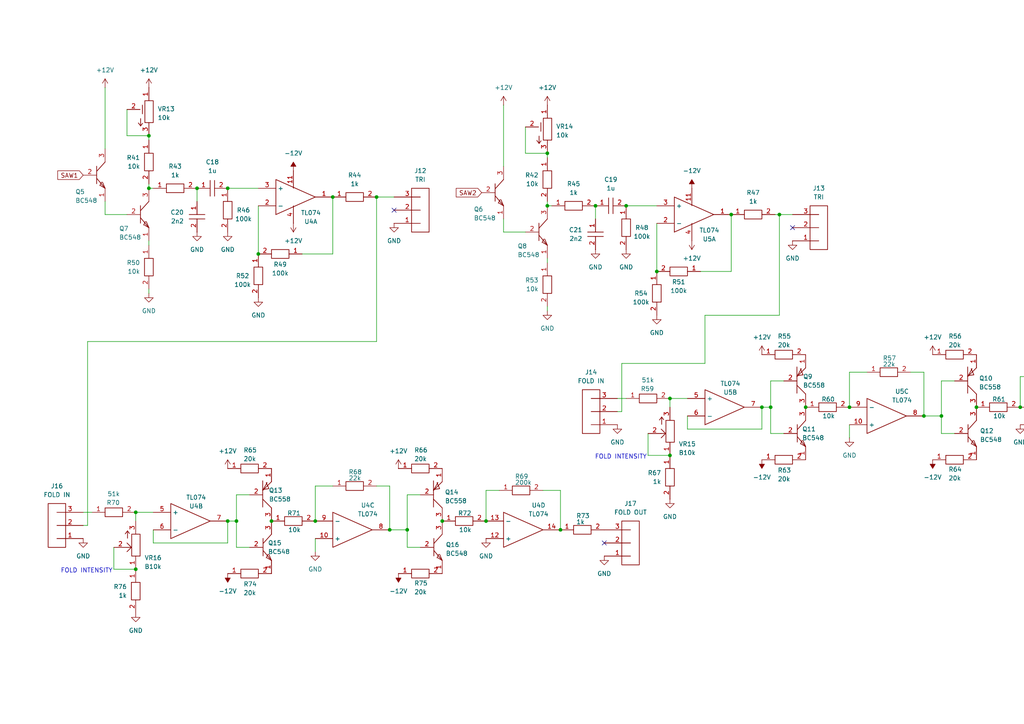
<source format=kicad_sch>
(kicad_sch (version 20250114) (generator "eeschema") (generator_version "9.0")
  (paper "A4")
  (lib_symbols
    (symbol "V_Connector:CONN_3"
      (property "Reference" "J" (at -5.08 11.43 0))
      (property "Value" "CONN_3" (at -5.08 8.89 0))
      (symbol "CONN_3_0_0"
        (rectangle (start 0 6.35) (end 5.08 -6.35) (stroke (width 0.2032)))
      )
      (symbol "CONN_3_1_0"
        (pin unspecified line (at -5.08 3.81 0) (length 7.62) (name "~") (number "1"))
        (pin unspecified line (at -5.08 0 0) (length 7.62) (name "~") (number "2"))
        (pin unspecified line (at -5.08 -3.81 0) (length 7.62) (name "~") (number "3"))
      )
    )
    (symbol "V_Linear:TL074,_TL084,_LF347_ETC"
      (property "Reference" "U" (at -10.795 12.7 0))
      (property "Value" "TL074,_TL084,_LF347_ETC" (at -10.795 10.16 0))
      (symbol "TL074,_TL084,_LF347_ETC_0_0"
        (polyline (pts (xy -6.35 5.08) (xy 5.08 0) (xy -6.35 -5.08) (xy -6.35 5.08)) (stroke (width 0.2032)))
      )
      (symbol "TL074,_TL084,_LF347_ETC_1_0"
        (pin unspecified line (at -11.43 2.54 0) (length 5.08) (name "-") (number "2"))
        (pin unspecified line (at -11.43 -2.54 0) (length 5.08) (name "+") (number "3"))
        (pin power_in line (at -1.27 7.62 270) (length 5.08) (name "~") (number "4"))
        (pin power_in line (at -1.27 -7.62 90) (length 5.08) (name "~") (number "11"))
        (pin unspecified line (at 10.16 0 180) (length 5.08) (name "~") (number "1"))
      )
      (symbol "TL074,_TL084,_LF347_ETC_2_0"
        (pin unspecified line (at -11.43 2.54 0) (length 5.08) (name "-") (number "6"))
        (pin unspecified line (at -11.43 -2.54 0) (length 5.08) (name "+") (number "5"))
        (pin unspecified line (at 10.16 0 180) (length 5.08) (name "~") (number "7"))
      )
      (symbol "TL074,_TL084,_LF347_ETC_3_0"
        (pin unspecified line (at -11.43 2.54 0) (length 5.08) (name "-") (number "9"))
        (pin unspecified line (at -11.43 -2.54 0) (length 5.08) (name "+") (number "10"))
        (pin unspecified line (at 10.16 0 180) (length 5.08) (name "~") (number "8"))
      )
      (symbol "TL074,_TL084,_LF347_ETC_4_0"
        (pin unspecified line (at -11.43 2.54 0) (length 5.08) (name "-") (number "13"))
        (pin unspecified line (at -11.43 -2.54 0) (length 5.08) (name "+") (number "12"))
        (pin unspecified line (at 10.16 0 180) (length 5.08) (name "~") (number "14"))
      )
    )
    (symbol "V_Passive:C"
      (property "Reference" "C" (at -2.54 9.525 0))
      (property "Value" "C" (at -2.54 6.985 0))
      (symbol "C_0_0"
        (polyline (pts (xy -2.286 1.27) (xy 2.286 1.27)) (stroke (width 0.2032)))
        (polyline (pts (xy -2.286 0) (xy 2.286 0)) (stroke (width 0.2032)))
      )
      (symbol "C_1_0"
        (pin unspecified line (at 0 5.08 270) (length 3.81) (name "~") (number "1"))
        (pin unspecified line (at 0 -3.81 90) (length 3.81) (name "~") (number "2"))
      )
    )
    (symbol "V_Passive:R"
      (property "Reference" "R" (at -1.27 11.43 0))
      (property "Value" "R" (at -1.27 8.89 0))
      (symbol "R_0_0"
        (rectangle (start -1.27 2.54) (end 1.27 -2.54) (stroke (width 0.2032)))
      )
      (symbol "R_1_0"
        (pin unspecified line (at 0 6.35 270) (length 3.81) (name "~") (number "1"))
        (pin unspecified line (at 0 -6.35 90) (length 3.81) (name "~") (number "2"))
      )
    )
    (symbol "V_Passive:RT"
      (property "Reference" "VR" (at -3.81 12.065 0))
      (property "Value" "RT" (at -3.81 9.525 0))
      (symbol "RT_0_0"
        (polyline (pts (xy 0.1524 4.7752) (xy 0.7112 4.0132)) (stroke (width 0.2032)))
        (polyline (pts (xy 0.1524 2.6416) (xy 0.1524 4.7752) (xy -0.508 3.9116)) (stroke (width 0.2032)))
        (polyline (pts (xy 0.6604 -1.27) (xy 0.6604 1.27)) (stroke (width 0.2032)))
        (rectangle (start 1.3716 3.81) (end 3.81 -2.54) (stroke (width 0.2032)))
      )
      (symbol "RT_1_0"
        (pin unspecified line (at -3.81 0 0) (length 3.81) (name "~") (number "2"))
        (pin unspecified line (at 2.54 7.62 270) (length 3.81) (name "~") (number "3"))
        (pin unspecified line (at 2.54 -6.35 90) (length 3.81) (name "~") (number "1"))
      )
    )
    (symbol "V_Passive:RV"
      (property "Reference" "VR" (at -3.81 12.065 0))
      (property "Value" "RV" (at -3.81 9.525 0))
      (symbol "RV_0_0"
        (polyline (pts (xy 0 1.27) (xy 1.27 0) (xy 0 -1.27)) (stroke (width 0.2032)))
        (polyline (pts (xy 0 0) (xy 1.27 0)) (stroke (width 0.2032)))
        (polyline (pts (xy 0.1524 4.7752) (xy 0.7112 4.0132)) (stroke (width 0.2032)))
        (polyline (pts (xy 0.1524 2.6416) (xy 0.1524 4.7752) (xy -0.508 3.9116)) (stroke (width 0.2032)))
        (rectangle (start 1.3716 3.81) (end 3.81 -2.54) (stroke (width 0.2032)))
      )
      (symbol "RV_1_0"
        (pin unspecified line (at -3.81 0 0) (length 3.81) (name "~") (number "2"))
        (pin unspecified line (at 2.54 7.62 270) (length 3.81) (name "~") (number "3"))
        (pin unspecified line (at 2.54 -6.35 90) (length 3.81) (name "~") (number "1"))
      )
    )
    (symbol "V_Transistor:BC547{brace}slash}BC548{brace}slash}BC549"
      (property "Reference" "Q" (at -7.62 8.255 0))
      (property "Value" "BC547{brace}slash}BC548{brace}slash}BC549" (at -7.62 5.715 0))
      (symbol "BC547{brace}slash}BC548{brace}slash}BC549_0_0"
        (polyline (pts (xy -2.5908 1.3716) (xy 2.4892 1.3716)) (stroke (width 0.2032)))
        (polyline (pts (xy -1.1684 1.4224) (xy -3.81 3.81)) (stroke (width 0.2032)))
        (polyline (pts (xy 0.9652 1.4224) (xy 3.81 3.81)) (stroke (width 0.2032)))
        (polyline (pts (xy 2.032 3.048) (xy 3.81 3.81)) (stroke (width 0.2032)))
        (polyline (pts (xy 2.032 2.794) (xy 3.048 2.286)) (stroke (width 0.2032)))
        (polyline (pts (xy 3.048 2.54) (xy 3.81 3.81)) (stroke (width 0.2032)))
      )
      (symbol "BC547{brace}slash}BC548{brace}slash}BC549_1_0"
        (pin unspecified line (at -7.62 3.81 0) (length 3.81) (name "~") (number "3"))
        (pin unspecified line (at 0 -2.54 90) (length 3.81) (name "~") (number "2"))
        (pin unspecified line (at 7.62 3.81 180) (length 3.81) (name "~") (number "1"))
      )
    )
    (symbol "V_Transistor:BC557{brace}slash}BC558{brace}slash}BC559"
      (property "Reference" "Q" (at -7.62 8.255 0))
      (property "Value" "BC557{brace}slash}BC558{brace}slash}BC559" (at -7.62 5.715 0))
      (symbol "BC557{brace}slash}BC558{brace}slash}BC559_0_0"
        (polyline (pts (xy -3.556 1.27) (xy 4.064 1.27)) (stroke (width 0.2032)))
        (polyline (pts (xy -1.27 1.27) (xy -3.81 3.81)) (stroke (width 0.2032)))
        (polyline (pts (xy 1.27 1.27) (xy 3.81 3.81)) (stroke (width 0.2032)))
        (polyline (pts (xy 1.778 3.048) (xy 1.524 1.27)) (stroke (width 0.2032)))
        (polyline (pts (xy 1.778 3.048) (xy 3.556 2.286)) (stroke (width 0.2032)))
        (polyline (pts (xy 3.556 2.54) (xy 1.27 1.27)) (stroke (width 0.2032)))
      )
      (symbol "BC557{brace}slash}BC558{brace}slash}BC559_1_0"
        (pin unspecified line (at -7.62 3.81 0) (length 3.81) (name "~") (number "3"))
        (pin unspecified line (at 0 -2.54 90) (length 3.81) (name "~") (number "2"))
        (pin unspecified line (at 7.62 3.81 180) (length 3.81) (name "~") (number "1"))
      )
    )
    (symbol "power:+12V" (power) (pin_numbers (hide yes)) (pin_names (offset 0) (hide yes))
      (property "Value" "+12V" (at 0 3.556 0))
      (symbol "+12V_0_1"
        (polyline (pts (xy -0.762 1.27) (xy 0 2.54)))
        (polyline (pts (xy 0 2.54) (xy 0.762 1.27)))
        (polyline (pts (xy 0 0) (xy 0 2.54)))
      )
      (symbol "+12V_1_1"
        (pin power_in line (at 0 0 90) (length 0) (name "~") (number "1"))
      )
    )
    (symbol "power:+15V" (power) (pin_numbers (hide yes)) (pin_names (offset 0) (hide yes))
      (property "Value" "+15V" (at 0 3.556 0))
      (symbol "+15V_0_1"
        (polyline (pts (xy -0.762 1.27) (xy 0 2.54)))
        (polyline (pts (xy 0 2.54) (xy 0.762 1.27)))
        (polyline (pts (xy 0 0) (xy 0 2.54)))
      )
      (symbol "+15V_1_1"
        (pin power_in line (at 0 0 90) (length 0) (name "~") (number "1"))
      )
    )
    (symbol "power:-12V" (power) (pin_numbers (hide yes)) (pin_names (offset 0) (hide yes))
      (property "Value" "-12V" (at 0 3.556 0))
      (symbol "-12V_0_0"
        (pin power_in line (at 0 0 90) (length 0) (name "~") (number "1"))
      )
      (symbol "-12V_0_1"
        (polyline (pts (xy 0 0) (xy 0 1.27) (xy 0.762 1.27) (xy 0 2.54) (xy -0.762 1.27) (xy 0 1.27)) (fill (type outline)))
      )
    )
    (symbol "power:-15V" (power) (pin_numbers (hide yes)) (pin_names (offset 0) (hide yes))
      (property "Value" "-15V" (at 0 3.556 0))
      (symbol "-15V_0_0"
        (pin power_in line (at 0 0 90) (length 0) (name "~") (number "1"))
      )
      (symbol "-15V_0_1"
        (polyline (pts (xy 0 0) (xy 0 1.27) (xy 0.762 1.27) (xy 0 2.54) (xy -0.762 1.27) (xy 0 1.27)) (fill (type outline)))
      )
    )
    (symbol "power:GND" (power) (pin_numbers (hide yes)) (pin_names (offset 0) (hide yes))
      (property "Value" "GND" (at 0 -3.81 0))
      (symbol "GND_0_1"
        (polyline (pts (xy 0 0) (xy 0 -1.27) (xy 1.27 -1.27) (xy 0 -2.54) (xy -1.27 -1.27) (xy 0 -1.27)))
      )
      (symbol "GND_1_1"
        (pin power_in line (at 0 0 270) (length 0) (name "~") (number "1"))
      )
    )
  )
  (text "FOLD INTENSITY" (at 180.086 132.588 0) (effects (font (size 1.27 1.27))))
  (text "FOLD INTENSITY" (at 25.146 165.608 0) (effects (font (size 1.27 1.27))))
  (junction (at 91.44 151.13))
  (junction (at 172.72 59.69))
  (junction (at 68.58 151.13))
  (junction (at 39.37 148.59))
  (junction (at 128.27 151.13))
  (junction (at 233.68 118.11))
  (junction (at 96.52 57.15))
  (junction (at 113.03 153.67))
  (junction (at 57.15 54.61))
  (junction (at 109.22 57.15))
  (junction (at 158.75 59.69))
  (junction (at 43.18 54.61))
  (junction (at 226.06 62.23))
  (junction (at 267.97 120.65))
  (junction (at 194.31 132.08))
  (junction (at 317.5 120.65))
  (junction (at 74.93 73.66))
  (junction (at 140.97 151.13))
  (junction (at 181.61 59.69))
  (junction (at 283.21 118.11))
  (junction (at 190.5 78.74))
  (junction (at 273.05 120.65))
  (junction (at 66.04 151.13))
  (junction (at 194.31 115.57))
  (junction (at 78.74 151.13))
  (junction (at 212.09 62.23))
  (junction (at 223.52 118.11))
  (junction (at 162.56 153.67))
  (junction (at 295.91 118.11))
  (junction (at 158.75 44.45))
  (junction (at 118.11 153.67))
  (junction (at 246.38 118.11))
  (junction (at 43.18 39.37))
  (junction (at 39.37 165.1))
  (junction (at 66.04 54.61))
  (junction (at 220.98 118.11))
  (no_connect (at 114.3 60.96))
  (no_connect (at 330.2 124.46))
  (no_connect (at 175.26 157.48))
  (no_connect (at 229.87 66.04))
  (wire (pts (xy 180.34 119.38) (xy 179.07 119.38)))
  (wire (pts (xy 199.39 120.65) (xy 199.39 124.46)))
  (wire (pts (xy 158.75 44.45) (xy 158.75 45.72)))
  (wire (pts (xy 44.45 153.67) (xy 44.45 157.48)))
  (wire (pts (xy 43.18 54.61) (xy 44.45 54.61)))
  (wire (pts (xy 33.02 165.1) (xy 39.37 165.1)))
  (wire (pts (xy 118.11 143.51) (xy 118.11 153.67)))
  (wire (pts (xy 30.48 58.42) (xy 30.48 62.23)))
  (wire (pts (xy 158.75 90.17) (xy 158.75 88.9)))
  (wire (pts (xy 187.96 132.08) (xy 194.31 132.08)))
  (wire (pts (xy 312.42 109.22) (xy 317.5 109.22)))
  (wire (pts (xy 187.96 125.73) (xy 187.96 132.08)))
  (wire (pts (xy 158.75 59.69) (xy 160.02 59.69)))
  (wire (pts (xy 264.16 107.95) (xy 267.97 107.95)))
  (wire (pts (xy 109.22 140.97) (xy 113.03 140.97)))
  (wire (pts (xy 44.45 157.48) (xy 66.04 157.48)))
  (wire (pts (xy 223.52 110.49) (xy 223.52 118.11)))
  (wire (pts (xy 118.11 158.75) (xy 121.92 158.75)))
  (wire (pts (xy 43.18 71.12) (xy 43.18 69.85)))
  (wire (pts (xy 113.03 153.67) (xy 118.11 153.67)))
  (wire (pts (xy 91.44 160.02) (xy 91.44 156.21)))
  (wire (pts (xy 146.05 67.31) (xy 152.4 67.31)))
  (wire (pts (xy 212.09 78.74) (xy 212.09 62.23)))
  (wire (pts (xy 121.92 143.51) (xy 118.11 143.51)))
  (wire (pts (xy 87.63 73.66) (xy 96.52 73.66)))
  (wire (pts (xy 109.22 57.15) (xy 114.3 57.15)))
  (wire (pts (xy 39.37 148.59) (xy 44.45 148.59)))
  (wire (pts (xy 66.04 151.13) (xy 68.58 151.13)))
  (wire (pts (xy 72.39 143.51) (xy 68.58 143.51)))
  (wire (pts (xy 152.4 44.45) (xy 158.75 44.45)))
  (wire (pts (xy 181.61 115.57) (xy 179.07 115.57)))
  (wire (pts (xy 158.75 76.2) (xy 158.75 74.93)))
  (wire (pts (xy 146.05 30.48) (xy 146.05 48.26)))
  (wire (pts (xy 273.05 110.49) (xy 273.05 120.65)))
  (wire (pts (xy 91.44 140.97) (xy 96.52 140.97)))
  (wire (pts (xy 68.58 143.51) (xy 68.58 151.13)))
  (wire (pts (xy 74.93 59.69) (xy 74.93 73.66)))
  (wire (pts (xy 109.22 99.06) (xy 25.4 99.06)))
  (wire (pts (xy 299.72 109.22) (xy 295.91 109.22)))
  (wire (pts (xy 194.31 115.57) (xy 194.31 118.11)))
  (wire (pts (xy 66.04 157.48) (xy 66.04 151.13)))
  (wire (pts (xy 43.18 39.37) (xy 43.18 40.64)))
  (wire (pts (xy 204.47 105.41) (xy 180.34 105.41)))
  (wire (pts (xy 140.97 142.24) (xy 140.97 151.13)))
  (wire (pts (xy 157.48 142.24) (xy 162.56 142.24)))
  (wire (pts (xy 25.4 99.06) (xy 25.4 152.4)))
  (wire (pts (xy 26.67 148.59) (xy 24.13 148.59)))
  (wire (pts (xy 158.75 58.42) (xy 158.75 59.69)))
  (wire (pts (xy 227.33 110.49) (xy 223.52 110.49)))
  (wire (pts (xy 36.83 31.75) (xy 36.83 39.37)))
  (wire (pts (xy 68.58 151.13) (xy 68.58 158.75)))
  (wire (pts (xy 181.61 59.69) (xy 190.5 59.69)))
  (wire (pts (xy 39.37 148.59) (xy 39.37 151.13)))
  (wire (pts (xy 223.52 125.73) (xy 227.33 125.73)))
  (wire (pts (xy 295.91 109.22) (xy 295.91 118.11)))
  (wire (pts (xy 199.39 124.46) (xy 220.98 124.46)))
  (wire (pts (xy 109.22 57.15) (xy 109.22 99.06)))
  (wire (pts (xy 246.38 107.95) (xy 251.46 107.95)))
  (wire (pts (xy 226.06 62.23) (xy 229.87 62.23)))
  (wire (pts (xy 43.18 53.34) (xy 43.18 54.61)))
  (wire (pts (xy 276.86 110.49) (xy 273.05 110.49)))
  (wire (pts (xy 144.78 142.24) (xy 140.97 142.24)))
  (wire (pts (xy 226.06 91.44) (xy 204.47 91.44)))
  (wire (pts (xy 226.06 62.23) (xy 226.06 91.44)))
  (wire (pts (xy 220.98 118.11) (xy 223.52 118.11)))
  (wire (pts (xy 36.83 39.37) (xy 43.18 39.37)))
  (wire (pts (xy 267.97 120.65) (xy 273.05 120.65)))
  (wire (pts (xy 33.02 158.75) (xy 33.02 165.1)))
  (wire (pts (xy 224.79 62.23) (xy 226.06 62.23)))
  (wire (pts (xy 180.34 105.41) (xy 180.34 119.38)))
  (wire (pts (xy 172.72 59.69) (xy 172.72 63.5)))
  (wire (pts (xy 30.48 62.23) (xy 36.83 62.23)))
  (wire (pts (xy 118.11 153.67) (xy 118.11 158.75)))
  (wire (pts (xy 57.15 54.61) (xy 57.15 58.42)))
  (wire (pts (xy 25.4 152.4) (xy 24.13 152.4)))
  (wire (pts (xy 203.2 78.74) (xy 212.09 78.74)))
  (wire (pts (xy 113.03 140.97) (xy 113.03 153.67)))
  (wire (pts (xy 317.5 109.22) (xy 317.5 120.65)))
  (wire (pts (xy 66.04 54.61) (xy 74.93 54.61)))
  (wire (pts (xy 68.58 158.75) (xy 72.39 158.75)))
  (wire (pts (xy 246.38 127) (xy 246.38 123.19)))
  (wire (pts (xy 190.5 64.77) (xy 190.5 78.74)))
  (wire (pts (xy 223.52 118.11) (xy 223.52 125.73)))
  (wire (pts (xy 43.18 85.09) (xy 43.18 83.82)))
  (wire (pts (xy 204.47 91.44) (xy 204.47 105.41)))
  (wire (pts (xy 146.05 63.5) (xy 146.05 67.31)))
  (wire (pts (xy 220.98 124.46) (xy 220.98 118.11)))
  (wire (pts (xy 246.38 118.11) (xy 246.38 107.95)))
  (wire (pts (xy 273.05 125.73) (xy 276.86 125.73)))
  (wire (pts (xy 30.48 25.4) (xy 30.48 43.18)))
  (wire (pts (xy 194.31 115.57) (xy 199.39 115.57)))
  (wire (pts (xy 96.52 57.15) (xy 96.52 73.66)))
  (wire (pts (xy 162.56 142.24) (xy 162.56 153.67)))
  (wire (pts (xy 267.97 107.95) (xy 267.97 120.65)))
  (wire (pts (xy 152.4 36.83) (xy 152.4 44.45)))
  (wire (pts (xy 91.44 151.13) (xy 91.44 140.97)))
  (wire (pts (xy 273.05 120.65) (xy 273.05 125.73)))
  (global_label "SAW2" (shape input) (at 139.7 55.88 180) (property "Intersheetrefs" "${INTERSHEET_REFS}" (effects (hide yes))))
  (global_label "SAW1" (shape input) (at 24.13 50.8 180) (property "Intersheetrefs" "${INTERSHEET_REFS}" (effects (hide yes))))
  (symbol (lib_id "power:GND") (at 295.91 123.19 0) (unit 1)
    (property "Reference" "#PWR077" (effects (hide yes)))
    (property "Value" "GND" (at 295.91 128.27 0))
    (property "Description" "Power symbol creates a global label with name \"GND\" , ground" (effects (hide yes)))
  )
  (symbol (lib_id "V_Passive:R") (at 289.56 118.11 90) (mirror x) (unit 1)
    (property "Reference" "R61" (at 287.782 115.824 90) (effects (justify right)))
    (property "Value" "10k" (at 288.036 120.65 90) (effects (justify right)))
    (property "Footprint" "AX3_1" (effects (hide yes)))
  )
  (symbol (lib_id "V_Passive:R") (at 102.87 140.97 90) (mirror x) (unit 1)
    (property "Reference" "R68" (at 101.092 136.906 90) (effects (justify right)))
    (property "Value" "22k" (at 101.092 138.684 90) (effects (justify right)))
    (property "Footprint" "AX3_1" (effects (hide yes)))
  )
  (symbol (lib_id "V_Passive:R") (at 151.13 142.24 90) (mirror x) (unit 1)
    (property "Reference" "R69" (at 149.352 138.176 90) (effects (justify right)))
    (property "Value" "200k" (at 149.352 139.954 90) (effects (justify right)))
    (property "Footprint" "AX3_1" (effects (hide yes)))
  )
  (symbol (lib_id "V_Transistor:BC557{brace}slash}BC558{brace}slash}BC559") (at 229.87 110.49 270) (mirror x) (unit 1)
    (property "Reference" "Q9" (at 232.918 109.22 90) (effects (justify left)))
    (property "Value" "BC558" (at 232.918 111.76 90) (effects (justify left)))
    (property "Footprint" "TO92" (effects (hide yes)))
  )
  (symbol (lib_id "V_Passive:R") (at 39.37 171.45 0) (mirror y) (unit 1)
    (property "Reference" "R76" (at 36.83 170.1799 0) (effects (justify left)))
    (property "Value" "1k" (at 36.83 172.7199 0) (effects (justify left)))
    (property "Footprint" "AX3_1" (effects (hide yes)))
  )
  (symbol (lib_id "V_Passive:RT") (at 40.64 31.75 0) (mirror x) (unit 1)
    (property "Reference" "VR13" (at 45.72 31.5975 0) (effects (justify left)))
    (property "Value" "10k" (at 45.72 34.1375 0) (effects (justify left)))
    (property "Footprint" "TRIM6" (effects (hide yes)))
    (instances (project "mki_vco" (path "" (reference "VR13") (unit 1))) (project "mki_vco" (path "" (reference "VR25") (unit 1))))
  )
  (symbol (lib_id "V_Transistor:BC547{brace}slash}BC548{brace}slash}BC549") (at 229.87 125.73 270) (unit 1)
    (property "Reference" "Q11" (at 232.664 124.46 90) (effects (justify left)))
    (property "Value" "BC548" (at 232.664 127 90) (effects (justify left)))
    (property "Footprint" "TO92" (effects (hide yes)))
  )
  (symbol (lib_id "V_Transistor:BC547{brace}slash}BC548{brace}slash}BC549") (at 154.94 67.31 270) (unit 1)
    (property "Reference" "Q8" (at 150.114 71.374 90) (effects (justify left)))
    (property "Value" "BC548" (at 150.114 73.914 90) (effects (justify left)))
    (property "Footprint" "TO92" (effects (hide yes)))
    (instances (project "mki_vco" (path "" (reference "Q8") (unit 1))) (project "mki_vco" (path "" (reference "Q12") (unit 1))))
  )
  (symbol (lib_id "V_Connector:CONN_3") (at 173.99 119.38 180) (unit 1)
    (property "Reference" "J14" (at 171.45 107.95 0))
    (property "Value" "FOLD IN" (at 171.45 110.49 0))
    (property "Footprint" "THONK" (effects (hide yes)))
  )
  (symbol (lib_id "power:+15V") (at 146.05 30.48 0) (unit 1)
    (property "Reference" "#PWR058" (effects (hide yes)))
    (property "Value" "+12V" (at 146.05 25.4 0))
    (property "Description" "Power symbol creates a global label with name \"+15V\"" (effects (hide yes)))
    (instances (project "mki_vco" (path "" (reference "#PWR058") (unit 1))) (project "mki_vco" (path "" (reference "#PWR0109") (unit 1))))
  )
  (symbol (lib_id "power:GND") (at 114.3 64.77 0) (unit 1)
    (property "Reference" "#PWR063" (effects (hide yes)))
    (property "Value" "GND" (at 114.3 69.85 0))
    (property "Description" "Power symbol creates a global label with name \"GND\" , ground" (effects (hide yes)))
    (instances (project "mki_vco" (path "" (reference "#PWR063") (unit 1))) (project "mki_vco" (path "" (reference "#PWR0108") (unit 1))))
  )
  (symbol (lib_id "power:GND") (at 57.15 67.31 0) (unit 1)
    (property "Reference" "#PWR064" (effects (hide yes)))
    (property "Value" "GND" (at 57.15 72.39 0))
    (property "Description" "Power symbol creates a global label with name \"GND\" , ground" (effects (hide yes)))
    (instances (project "mki_vco" (path "" (reference "#PWR064") (unit 1))) (project "mki_vco" (path "" (reference "#PWR0105") (unit 1))))
  )
  (symbol (lib_id "V_Passive:R") (at 306.07 109.22 90) (mirror x) (unit 1)
    (property "Reference" "R58" (at 304.292 105.156 90) (effects (justify right)))
    (property "Value" "200k" (at 304.292 106.934 90) (effects (justify right)))
    (property "Footprint" "AX3_1" (effects (hide yes)))
  )
  (symbol (lib_id "V_Linear:TL074,_TL084,_LF347_ETC") (at 102.87 153.67 0) (unit 3)
    (property "Reference" "U4" (at 106.68 146.558 0))
    (property "Value" "TL074" (at 106.68 149.098 0))
    (property "Footprint" "DIP14" (effects (hide yes)))
  )
  (symbol (lib_id "V_Passive:R") (at 74.93 80.01 0) (mirror y) (unit 1)
    (property "Reference" "R52" (at 70.358 80.01 0))
    (property "Value" "100k" (at 70.358 82.55 0))
    (property "Footprint" "AX3_1" (effects (hide yes)))
    (instances (project "mki_vco" (path "" (reference "R52") (unit 1))) (project "mki_vco" (path "" (reference "R83") (unit 1))))
  )
  (symbol (lib_id "power:GND") (at 91.44 160.02 0) (unit 1)
    (property "Reference" "#PWR087" (effects (hide yes)))
    (property "Value" "GND" (at 91.44 165.1 0))
    (property "Description" "Power symbol creates a global label with name \"GND\" , ground" (effects (hide yes)))
  )
  (symbol (lib_id "V_Linear:TL074,_TL084,_LF347_ETC") (at 307.34 120.65 0) (unit 4)
    (property "Reference" "U5" (at 311.15 113.538 0))
    (property "Value" "TL074" (at 311.15 116.078 0))
    (property "Footprint" "DIP14" (effects (hide yes)))
  )
  (symbol (lib_id "power:-12V") (at 66.04 166.37 180) (unit 1)
    (property "Reference" "#PWR089" (effects (hide yes)))
    (property "Value" "-12V" (at 66.04 171.45 0))
    (property "Description" "Power symbol creates a global label with name \"-12V\"" (effects (hide yes)))
  )
  (symbol (lib_id "V_Connector:CONN_3") (at 19.05 152.4 180) (unit 1)
    (property "Reference" "J16" (at 16.51 140.97 0))
    (property "Value" "FOLD IN" (at 16.51 143.51 0))
    (property "Footprint" "THONK" (effects (hide yes)))
  )
  (symbol (lib_id "V_Passive:R") (at 181.61 66.04 0) (unit 1)
    (property "Reference" "R48" (at 186.182 66.04 0))
    (property "Value" "100k" (at 186.182 68.58 0))
    (property "Footprint" "AX3_1" (effects (hide yes)))
    (instances (project "mki_vco" (path "" (reference "R48") (unit 1))) (project "mki_vco" (path "" (reference "R89") (unit 1))))
  )
  (symbol (lib_id "V_Connector:CONN_3") (at 234.95 66.04 0) (mirror x) (unit 1)
    (property "Reference" "J13" (at 237.49 54.61 0))
    (property "Value" "TRI" (at 237.49 57.15 0))
    (property "Footprint" "THONK" (effects (hide yes)))
    (instances (project "mki_vco" (path "" (reference "J13") (unit 1))) (project "mki_vco" (path "" (reference "J23") (unit 1))))
  )
  (symbol (lib_id "V_Linear:TL074,_TL084,_LF347_ETC") (at 201.93 62.23 0) (mirror x) (unit 1)
    (property "Reference" "U5" (at 205.74 69.342 0))
    (property "Value" "TL074" (at 205.74 66.802 0))
    (property "Footprint" "DIP14" (effects (hide yes)))
  )
  (symbol (lib_id "power:GND") (at 330.2 128.27 0) (unit 1)
    (property "Reference" "#PWR079" (effects (hide yes)))
    (property "Value" "GND" (at 330.2 133.35 0))
    (property "Description" "Power symbol creates a global label with name \"GND\" , ground" (effects (hide yes)))
  )
  (symbol (lib_id "V_Transistor:BC547{brace}slash}BC548{brace}slash}BC549") (at 124.46 158.75 270) (unit 1)
    (property "Reference" "Q16" (at 129.286 157.988 90) (effects (justify left)))
    (property "Value" "BC548" (at 129.286 160.528 90) (effects (justify left)))
    (property "Footprint" "TO92" (effects (hide yes)))
  )
  (symbol (lib_id "V_Transistor:BC547{brace}slash}BC548{brace}slash}BC549") (at 39.37 62.23 270) (unit 1)
    (property "Reference" "Q7" (at 34.544 66.294 90) (effects (justify left)))
    (property "Value" "BC548" (at 34.544 68.834 90) (effects (justify left)))
    (property "Footprint" "TO92" (effects (hide yes)))
    (instances (project "mki_vco" (path "" (reference "Q7") (unit 1))) (project "mki_vco" (path "" (reference "Q10") (unit 1))))
  )
  (symbol (lib_id "V_Transistor:BC547{brace}slash}BC548{brace}slash}BC549") (at 74.93 158.75 270) (unit 1)
    (property "Reference" "Q15" (at 77.724 157.48 90) (effects (justify left)))
    (property "Value" "BC548" (at 77.724 160.02 90) (effects (justify left)))
    (property "Footprint" "TO92" (effects (hide yes)))
  )
  (symbol (lib_id "V_Passive:R") (at 194.31 138.43 0) (mirror y) (unit 1)
    (property "Reference" "R67" (at 191.77 137.1599 0) (effects (justify left)))
    (property "Value" "1k" (at 191.77 139.6999 0) (effects (justify left)))
    (property "Footprint" "AX3_1" (effects (hide yes)))
  )
  (symbol (lib_id "V_Passive:R") (at 81.28 73.66 270) (mirror x) (unit 1)
    (property "Reference" "R49" (at 81.28 76.708 90))
    (property "Value" "100k" (at 81.28 79.248 90))
    (property "Footprint" "AX3_1" (effects (hide yes)))
    (instances (project "mki_vco" (path "" (reference "R49") (unit 1))) (project "mki_vco" (path "" (reference "R84") (unit 1))))
  )
  (symbol (lib_id "power:GND") (at 158.75 90.17 0) (unit 1)
    (property "Reference" "#PWR072" (effects (hide yes)))
    (property "Value" "GND" (at 158.75 95.25 0))
    (property "Description" "Power symbol creates a global label with name \"GND\" , ground" (effects (hide yes)))
    (instances (project "mki_vco" (path "" (reference "#PWR072") (unit 1))) (project "mki_vco" (path "" (reference "#PWR0116") (unit 1))))
  )
  (symbol (lib_id "power:GND") (at 74.93 86.36 0) (unit 1)
    (property "Reference" "#PWR071" (effects (hide yes)))
    (property "Value" "GND" (at 74.93 91.44 0))
    (property "Description" "Power symbol creates a global label with name \"GND\" , ground" (effects (hide yes)))
    (instances (project "mki_vco" (path "" (reference "#PWR071") (unit 1))) (project "mki_vco" (path "" (reference "#PWR0107") (unit 1))))
  )
  (symbol (lib_id "V_Passive:R") (at 168.91 153.67 90) (mirror x) (unit 1)
    (property "Reference" "R73" (at 167.132 149.606 90) (effects (justify right)))
    (property "Value" "1k" (at 167.132 151.384 90) (effects (justify right)))
    (property "Footprint" "AX3_1" (effects (hide yes)))
  )
  (symbol (lib_id "power:+12V") (at 66.04 135.89 0) (unit 1)
    (property "Reference" "#PWR082" (effects (hide yes)))
    (property "Value" "+12V" (at 66.04 130.81 0))
    (property "Description" "Power symbol creates a global label with name \"+12V\"" (effects (hide yes)))
  )
  (symbol (lib_id "V_Passive:C") (at 62.23 54.61 90) (unit 1)
    (property "Reference" "C18" (at 61.595 46.99 90))
    (property "Value" "1u" (at 61.595 49.53 90))
    (property "Footprint" "BOX1_3" (effects (hide yes)))
    (instances (project "mki_vco" (path "" (reference "C18") (unit 1))) (project "mki_vco" (path "" (reference "C25") (unit 1))))
  )
  (symbol (lib_id "V_Passive:R") (at 227.33 102.87 90) (mirror x) (unit 1)
    (property "Reference" "R55" (at 225.552 97.536 90) (effects (justify right)))
    (property "Value" "20k" (at 225.552 100.076 90) (effects (justify right)))
    (property "Footprint" "AX3_1" (effects (hide yes)))
  )
  (symbol (lib_id "V_Passive:C") (at 177.8 59.69 90) (unit 1)
    (property "Reference" "C19" (at 177.165 52.07 90))
    (property "Value" "1u" (at 177.165 54.61 90))
    (property "Footprint" "BOX1_3" (effects (hide yes)))
    (instances (project "mki_vco" (path "" (reference "C19") (unit 1))) (project "mki_vco" (path "" (reference "C26") (unit 1))))
  )
  (symbol (lib_id "V_Passive:C") (at 172.72 68.58 0) (unit 1)
    (property "Reference" "C21" (at 168.91 66.6749 0) (effects (justify right)))
    (property "Value" "2n2" (at 168.91 69.2149 0) (effects (justify right)))
    (property "Footprint" "BOX1_3" (effects (hide yes)))
    (instances (project "mki_vco" (path "" (reference "C21") (unit 1))) (project "mki_vco" (path "" (reference "C27") (unit 1))))
  )
  (symbol (lib_id "power:-12V") (at 270.51 133.35 180) (unit 1)
    (property "Reference" "#PWR081" (effects (hide yes)))
    (property "Value" "-12V" (at 270.51 138.43 0))
    (property "Description" "Power symbol creates a global label with name \"-12V\"" (effects (hide yes)))
  )
  (symbol (lib_id "power:GND") (at 172.72 72.39 0) (unit 1)
    (property "Reference" "#PWR068" (effects (hide yes)))
    (property "Value" "GND" (at 172.72 77.47 0))
    (property "Description" "Power symbol creates a global label with name \"GND\" , ground" (effects (hide yes)))
    (instances (project "mki_vco" (path "" (reference "#PWR068") (unit 1))) (project "mki_vco" (path "" (reference "#PWR0114") (unit 1))))
  )
  (symbol (lib_id "power:+12V") (at 115.57 135.89 0) (unit 1)
    (property "Reference" "#PWR083" (effects (hide yes)))
    (property "Value" "+12V" (at 115.57 130.81 0))
    (property "Description" "Power symbol creates a global label with name \"+12V\"" (effects (hide yes)))
  )
  (symbol (lib_id "power:GND") (at 175.26 161.29 0) (unit 1)
    (property "Reference" "#PWR088" (effects (hide yes)))
    (property "Value" "GND" (at 175.26 166.37 0))
    (property "Description" "Power symbol creates a global label with name \"GND\" , ground" (effects (hide yes)))
  )
  (symbol (lib_id "V_Transistor:BC557{brace}slash}BC558{brace}slash}BC559") (at 279.4 110.49 270) (mirror x) (unit 1)
    (property "Reference" "Q10" (at 283.972 109.728 90) (effects (justify left)))
    (property "Value" "BC558" (at 283.972 112.268 90) (effects (justify left)))
    (property "Footprint" "TO92" (effects (hide yes)))
  )
  (symbol (lib_id "power:GND") (at 66.04 67.31 0) (unit 1)
    (property "Reference" "#PWR065" (effects (hide yes)))
    (property "Value" "GND" (at 66.04 72.39 0))
    (property "Description" "Power symbol creates a global label with name \"GND\" , ground" (effects (hide yes)))
    (instances (project "mki_vco" (path "" (reference "#PWR065") (unit 1))) (project "mki_vco" (path "" (reference "#PWR0106") (unit 1))))
  )
  (symbol (lib_id "V_Passive:R") (at 50.8 54.61 90) (unit 1)
    (property "Reference" "R43" (at 50.8 48.26 90))
    (property "Value" "1k" (at 50.8 50.8 90))
    (property "Footprint" "AX3_1" (effects (hide yes)))
    (instances (project "mki_vco" (path "" (reference "R43") (unit 1))) (project "mki_vco" (path "" (reference "R81") (unit 1))))
  )
  (symbol (lib_id "V_Passive:R") (at 196.85 78.74 270) (mirror x) (unit 1)
    (property "Reference" "R51" (at 196.85 81.788 90))
    (property "Value" "100k" (at 196.85 84.328 90))
    (property "Footprint" "AX3_1" (effects (hide yes)))
    (instances (project "mki_vco" (path "" (reference "R51") (unit 1))) (project "mki_vco" (path "" (reference "R90") (unit 1))))
  )
  (symbol (lib_id "power:GND") (at 43.18 85.09 0) (unit 1)
    (property "Reference" "#PWR070" (effects (hide yes)))
    (property "Value" "GND" (at 43.18 90.17 0))
    (property "Description" "Power symbol creates a global label with name \"GND\" , ground" (effects (hide yes)))
    (instances (project "" (path "" (reference "#PWR070") (unit 1))) (project "" (path "" (reference "#PWR0104") (unit 1))))
  )
  (symbol (lib_id "V_Passive:R") (at 72.39 135.89 90) (mirror x) (unit 1)
    (property "Reference" "R65" (at 70.612 130.556 90) (effects (justify right)))
    (property "Value" "20k" (at 70.612 133.096 90) (effects (justify right)))
    (property "Footprint" "AX3_1" (effects (hide yes)))
  )
  (symbol (lib_id "V_Passive:RV") (at 36.83 158.75 0) (unit 1)
    (property "Reference" "VR16" (at 41.91 161.798 0) (effects (justify left)))
    (property "Value" "B10k" (at 41.91 164.338 0) (effects (justify left)))
    (property "Footprint" "POT6_5" (effects (hide yes)))
  )
  (symbol (lib_id "power:-15V") (at 85.09 49.53 0) (unit 1)
    (property "Reference" "#PWR062" (effects (hide yes)))
    (property "Value" "-12V" (at 85.09 44.45 0))
    (property "Description" "Power symbol creates a global label with name \"-15V\"" (effects (hide yes)))
    (instances (project "mki_vco" (path "" (reference "#PWR062") (unit 1))) (project "mki_vco" (path "" (reference "#PWR0101") (unit 1))))
  )
  (symbol (lib_id "V_Passive:R") (at 218.44 62.23 90) (unit 1)
    (property "Reference" "R47" (at 218.44 55.88 90))
    (property "Value" "1k" (at 218.44 58.42 90))
    (property "Footprint" "AX3_1" (effects (hide yes)))
    (instances (project "mki_vco" (path "" (reference "R47") (unit 1))) (project "mki_vco" (path "" (reference "R88") (unit 1))))
  )
  (symbol (lib_id "power:GND") (at 179.07 123.19 0) (mirror y) (unit 1)
    (property "Reference" "#PWR076" (effects (hide yes)))
    (property "Value" "GND" (at 179.07 128.27 0))
    (property "Description" "Power symbol creates a global label with name \"GND\" , ground" (effects (hide yes)))
  )
  (symbol (lib_id "V_Passive:R") (at 85.09 151.13 90) (mirror x) (unit 1)
    (property "Reference" "R71" (at 83.312 148.844 90) (effects (justify right)))
    (property "Value" "10k" (at 83.566 153.67 90) (effects (justify right)))
    (property "Footprint" "AX3_1" (effects (hide yes)))
  )
  (symbol (lib_id "V_Transistor:BC557{brace}slash}BC558{brace}slash}BC559") (at 74.93 143.51 270) (mirror x) (unit 1)
    (property "Reference" "Q13" (at 77.978 142.24 90) (effects (justify left)))
    (property "Value" "BC558" (at 77.978 144.78 90) (effects (justify left)))
    (property "Footprint" "TO92" (effects (hide yes)))
  )
  (symbol (lib_id "power:GND") (at 181.61 72.39 0) (unit 1)
    (property "Reference" "#PWR069" (effects (hide yes)))
    (property "Value" "GND" (at 181.61 77.47 0))
    (property "Description" "Power symbol creates a global label with name \"GND\" , ground" (effects (hide yes)))
    (instances (project "mki_vco" (path "" (reference "#PWR069") (unit 1))) (project "mki_vco" (path "" (reference "#PWR0115") (unit 1))))
  )
  (symbol (lib_id "V_Passive:R") (at 240.03 118.11 90) (mirror x) (unit 1)
    (property "Reference" "R60" (at 238.252 115.824 90) (effects (justify right)))
    (property "Value" "10k" (at 238.506 120.65 90) (effects (justify right)))
    (property "Footprint" "AX3_1" (effects (hide yes)))
  )
  (symbol (lib_id "V_Transistor:BC547{brace}slash}BC548{brace}slash}BC549") (at 142.24 55.88 270) (unit 1)
    (property "Reference" "Q6" (at 137.414 60.706 90) (effects (justify left)))
    (property "Value" "BC548" (at 137.414 63.246 90) (effects (justify left)))
    (property "Footprint" "TO92" (effects (hide yes)))
    (instances (project "mki_vco" (path "" (reference "Q6") (unit 1))) (project "mki_vco" (path "" (reference "Q11") (unit 1))))
  )
  (symbol (lib_id "V_Connector:CONN_3") (at 335.28 124.46 0) (mirror x) (unit 1)
    (property "Reference" "J15" (at 337.82 113.03 0))
    (property "Value" "FOLD OUT" (at 337.82 115.57 0))
    (property "Footprint" "THONK" (effects (hide yes)))
  )
  (symbol (lib_id "V_Transistor:BC547{brace}slash}BC548{brace}slash}BC549") (at 26.67 50.8 270) (unit 1)
    (property "Reference" "Q5" (at 21.844 55.626 90) (effects (justify left)))
    (property "Value" "BC548" (at 21.844 58.166 90) (effects (justify left)))
    (property "Footprint" "TO92" (effects (hide yes)))
    (instances (project "" (path "" (reference "Q5") (unit 1))) (project "" (path "" (reference "Q9") (unit 1))))
  )
  (symbol (lib_id "V_Passive:R") (at 276.86 133.35 90) (mirror x) (unit 1)
    (property "Reference" "R64" (at 275.082 136.144 90) (effects (justify right)))
    (property "Value" "20k" (at 275.082 138.684 90) (effects (justify right)))
    (property "Footprint" "AX3_1" (effects (hide yes)))
  )
  (symbol (lib_id "power:+15V") (at 30.48 25.4 0) (unit 1)
    (property "Reference" "#PWR056" (effects (hide yes)))
    (property "Value" "+12V" (at 30.48 20.32 0))
    (property "Description" "Power symbol creates a global label with name \"+15V\"" (effects (hide yes)))
    (instances (project "mki_vco" (path "" (reference "#PWR056") (unit 1))) (project "mki_vco" (path "" (reference "#PWR0102") (unit 1))))
  )
  (symbol (lib_id "V_Linear:TL074,_TL084,_LF347_ETC") (at 210.82 118.11 0) (mirror x) (unit 2)
    (property "Reference" "U5" (at 211.836 113.792 0))
    (property "Value" "TL074" (at 211.836 111.252 0))
    (property "Footprint" "DIP14" (effects (hide yes)))
  )
  (symbol (lib_id "V_Passive:R") (at 158.75 52.07 0) (mirror y) (unit 1)
    (property "Reference" "R42" (at 156.21 50.7999 0) (effects (justify left)))
    (property "Value" "10k" (at 156.21 53.3399 0) (effects (justify left)))
    (property "Footprint" "AX3_1" (effects (hide yes)))
    (instances (project "mki_vco" (path "" (reference "R42") (unit 1))) (project "mki_vco" (path "" (reference "R86") (unit 1))))
  )
  (symbol (lib_id "V_Passive:R") (at 33.02 148.59 90) (mirror x) (unit 1)
    (property "Reference" "R70" (at 34.798 145.796 90) (effects (justify left)))
    (property "Value" "51k" (at 34.798 143.256 90) (effects (justify left)))
    (property "Footprint" "AX3_1" (effects (hide yes)))
  )
  (symbol (lib_id "V_Passive:R") (at 187.96 115.57 90) (mirror x) (unit 1)
    (property "Reference" "R59" (at 189.738 112.776 90) (effects (justify left)))
    (property "Value" "51k" (at 189.738 110.236 90) (effects (justify left)))
    (property "Footprint" "AX3_1" (effects (hide yes)))
  )
  (symbol (lib_id "power:-12V") (at 220.98 133.35 180) (unit 1)
    (property "Reference" "#PWR080" (effects (hide yes)))
    (property "Value" "-12V" (at 220.98 138.43 0))
    (property "Description" "Power symbol creates a global label with name \"-12V\"" (effects (hide yes)))
  )
  (symbol (lib_id "V_Passive:R") (at 66.04 60.96 0) (unit 1)
    (property "Reference" "R46" (at 70.612 60.96 0))
    (property "Value" "100k" (at 70.612 63.5 0))
    (property "Footprint" "AX3_1" (effects (hide yes)))
    (instances (project "mki_vco" (path "" (reference "R46") (unit 1))) (project "mki_vco" (path "" (reference "R82") (unit 1))))
  )
  (symbol (lib_id "V_Passive:R") (at 121.92 166.37 90) (mirror x) (unit 1)
    (property "Reference" "R75" (at 120.142 169.164 90) (effects (justify right)))
    (property "Value" "20k" (at 120.142 171.704 90) (effects (justify right)))
    (property "Footprint" "AX3_1" (effects (hide yes)))
  )
  (symbol (lib_id "V_Transistor:BC557{brace}slash}BC558{brace}slash}BC559") (at 124.46 143.51 270) (mirror x) (unit 1)
    (property "Reference" "Q14" (at 129.032 142.748 90) (effects (justify left)))
    (property "Value" "BC558" (at 129.032 145.288 90) (effects (justify left)))
    (property "Footprint" "TO92" (effects (hide yes)))
  )
  (symbol (lib_id "power:-12V") (at 115.57 166.37 180) (unit 1)
    (property "Reference" "#PWR090" (effects (hide yes)))
    (property "Value" "-12V" (at 115.57 171.45 0))
    (property "Description" "Power symbol creates a global label with name \"-12V\"" (effects (hide yes)))
  )
  (symbol (lib_id "power:GND") (at 39.37 177.8 0) (unit 1)
    (property "Reference" "#PWR091" (effects (hide yes)))
    (property "Value" "GND" (at 39.37 182.88 0))
    (property "Description" "Power symbol creates a global label with name \"GND\" , ground" (effects (hide yes)))
  )
  (symbol (lib_id "power:+15V") (at 85.09 64.77 180) (unit 1)
    (property "Reference" "#PWR060" (effects (hide yes)))
    (property "Value" "+12V" (at 85.09 69.85 0))
    (property "Description" "Power symbol creates a global label with name \"+15V\"" (effects (hide yes)))
    (instances (project "mki_vco" (path "" (reference "#PWR060") (unit 1))) (project "mki_vco" (path "" (reference "#PWR0100") (unit 1))))
  )
  (symbol (lib_id "V_Linear:TL074,_TL084,_LF347_ETC") (at 55.88 151.13 0) (mirror x) (unit 2)
    (property "Reference" "U4" (at 56.896 146.812 0))
    (property "Value" "TL074" (at 56.896 144.272 0))
    (property "Footprint" "DIP14" (effects (hide yes)))
  )
  (symbol (lib_id "V_Passive:R") (at 227.33 133.35 90) (mirror x) (unit 1)
    (property "Reference" "R63" (at 225.552 136.398 90) (effects (justify right)))
    (property "Value" "20k" (at 225.552 138.938 90) (effects (justify right)))
    (property "Footprint" "AX3_1" (effects (hide yes)))
  )
  (symbol (lib_id "power:GND") (at 140.97 156.21 0) (unit 1)
    (property "Reference" "#PWR086" (effects (hide yes)))
    (property "Value" "GND" (at 140.97 161.29 0))
    (property "Description" "Power symbol creates a global label with name \"GND\" , ground" (effects (hide yes)))
  )
  (symbol (lib_id "power:GND") (at 190.5 91.44 0) (unit 1)
    (property "Reference" "#PWR073" (effects (hide yes)))
    (property "Value" "GND" (at 190.5 96.52 0))
    (property "Description" "Power symbol creates a global label with name \"GND\" , ground" (effects (hide yes)))
    (instances (project "mki_vco" (path "" (reference "#PWR073") (unit 1))) (project "mki_vco" (path "" (reference "#PWR0117") (unit 1))))
  )
  (symbol (lib_id "V_Linear:TL074,_TL084,_LF347_ETC") (at 86.36 57.15 0) (mirror x) (unit 1)
    (property "Reference" "U4" (at 90.17 64.262 0))
    (property "Value" "TL074" (at 90.17 61.722 0))
    (property "Footprint" "DIP14" (effects (hide yes)))
    (instances (project "mki_vco" (path "" (reference "U4") (unit 1))) (project "mki_vco" (path "" (reference "U2") (unit 1))))
  )
  (symbol (lib_id "V_Passive:R") (at 43.18 77.47 0) (mirror y) (unit 1)
    (property "Reference" "R50" (at 40.64 76.1999 0) (effects (justify left)))
    (property "Value" "10k" (at 40.64 78.7399 0) (effects (justify left)))
    (property "Footprint" "AX3_1" (effects (hide yes)))
    (instances (project "mki_vco" (path "" (reference "R50") (unit 1))) (project "mki_vco" (path "" (reference "R80") (unit 1))))
  )
  (symbol (lib_id "V_Transistor:BC547{brace}slash}BC548{brace}slash}BC549") (at 279.4 125.73 270) (unit 1)
    (property "Reference" "Q12" (at 284.226 124.968 90) (effects (justify left)))
    (property "Value" "BC548" (at 284.226 127.508 90) (effects (justify left)))
    (property "Footprint" "TO92" (effects (hide yes)))
  )
  (symbol (lib_id "V_Passive:R") (at 72.39 166.37 90) (mirror x) (unit 1)
    (property "Reference" "R74" (at 70.612 169.418 90) (effects (justify right)))
    (property "Value" "20k" (at 70.612 171.958 90) (effects (justify right)))
    (property "Footprint" "AX3_1" (effects (hide yes)))
  )
  (symbol (lib_id "V_Linear:TL074,_TL084,_LF347_ETC") (at 257.81 120.65 0) (unit 3)
    (property "Reference" "U5" (at 261.62 113.538 0))
    (property "Value" "TL074" (at 261.62 116.078 0))
    (property "Footprint" "DIP14" (effects (hide yes)))
  )
  (symbol (lib_id "power:GND") (at 24.13 156.21 0) (mirror y) (unit 1)
    (property "Reference" "#PWR085" (effects (hide yes)))
    (property "Value" "GND" (at 24.13 161.29 0))
    (property "Description" "Power symbol creates a global label with name \"GND\" , ground" (effects (hide yes)))
  )
  (symbol (lib_id "power:+12V") (at 270.51 102.87 0) (unit 1)
    (property "Reference" "#PWR075" (effects (hide yes)))
    (property "Value" "+12V" (at 270.51 97.79 0))
    (property "Description" "Power symbol creates a global label with name \"+12V\"" (effects (hide yes)))
  )
  (symbol (lib_id "V_Passive:RT") (at 156.21 36.83 0) (mirror x) (unit 1)
    (property "Reference" "VR14" (at 161.29 36.6775 0) (effects (justify left)))
    (property "Value" "10k" (at 161.29 39.2175 0) (effects (justify left)))
    (property "Footprint" "TRIM6" (effects (hide yes)))
    (instances (project "mki_vco" (path "" (reference "VR14") (unit 1))) (project "mki_vco" (path "" (reference "VR26") (unit 1))))
  )
  (symbol (lib_id "power:+15V") (at 158.75 30.48 0) (unit 1)
    (property "Reference" "#PWR059" (effects (hide yes)))
    (property "Value" "+12V" (at 158.75 25.4 0))
    (property "Description" "Power symbol creates a global label with name \"+15V\"" (effects (hide yes)))
    (instances (project "mki_vco" (path "" (reference "#PWR059") (unit 1))) (project "mki_vco" (path "" (reference "#PWR0110") (unit 1))))
  )
  (symbol (lib_id "V_Passive:R") (at 121.92 135.89 90) (mirror x) (unit 1)
    (property "Reference" "R66" (at 120.142 130.556 90) (effects (justify right)))
    (property "Value" "20k" (at 120.142 133.096 90) (effects (justify right)))
    (property "Footprint" "AX3_1" (effects (hide yes)))
  )
  (symbol (lib_id "power:GND") (at 229.87 69.85 0) (unit 1)
    (property "Reference" "#PWR067" (effects (hide yes)))
    (property "Value" "GND" (at 229.87 74.93 0))
    (property "Description" "Power symbol creates a global label with name \"GND\" , ground" (effects (hide yes)))
    (instances (project "mki_vco" (path "" (reference "#PWR067") (unit 1))) (project "mki_vco" (path "" (reference "#PWR0113") (unit 1))))
  )
  (symbol (lib_id "V_Passive:C") (at 57.15 63.5 0) (unit 1)
    (property "Reference" "C20" (at 53.34 61.5949 0) (effects (justify right)))
    (property "Value" "2n2" (at 53.34 64.1349 0) (effects (justify right)))
    (property "Footprint" "BOX1_3" (effects (hide yes)))
    (instances (project "mki_vco" (path "" (reference "C20") (unit 1))) (project "mki_vco" (path "" (reference "C24") (unit 1))))
  )
  (symbol (lib_id "V_Passive:R") (at 323.85 120.65 90) (mirror x) (unit 1)
    (property "Reference" "R62" (at 322.072 116.586 90) (effects (justify right)))
    (property "Value" "1k" (at 322.072 118.364 90) (effects (justify right)))
    (property "Footprint" "AX3_1" (effects (hide yes)))
  )
  (symbol (lib_id "V_Passive:R") (at 257.81 107.95 90) (mirror x) (unit 1)
    (property "Reference" "R57" (at 256.032 103.886 90) (effects (justify right)))
    (property "Value" "22k" (at 256.032 105.664 90) (effects (justify right)))
    (property "Footprint" "AX3_1" (effects (hide yes)))
  )
  (symbol (lib_id "power:GND") (at 246.38 127 0) (unit 1)
    (property "Reference" "#PWR078" (effects (hide yes)))
    (property "Value" "GND" (at 246.38 132.08 0))
    (property "Description" "Power symbol creates a global label with name \"GND\" , ground" (effects (hide yes)))
  )
  (symbol (lib_id "V_Passive:RV") (at 191.77 125.73 0) (unit 1)
    (property "Reference" "VR15" (at 196.85 128.778 0) (effects (justify left)))
    (property "Value" "B10k" (at 196.85 131.318 0) (effects (justify left)))
    (property "Footprint" "POT6_5" (effects (hide yes)))
  )
  (symbol (lib_id "V_Passive:R") (at 166.37 59.69 90) (unit 1)
    (property "Reference" "R45" (at 166.37 53.34 90))
    (property "Value" "1k" (at 166.37 55.88 90))
    (property "Footprint" "AX3_1" (effects (hide yes)))
    (instances (project "mki_vco" (path "" (reference "R45") (unit 1))) (project "mki_vco" (path "" (reference "R87") (unit 1))))
  )
  (symbol (lib_id "V_Linear:TL074,_TL084,_LF347_ETC") (at 152.4 153.67 0) (unit 4)
    (property "Reference" "U4" (at 156.21 146.558 0))
    (property "Value" "TL074" (at 156.21 149.098 0))
    (property "Footprint" "DIP14" (effects (hide yes)))
  )
  (symbol (lib_id "power:+15V") (at 200.66 69.85 180) (unit 1)
    (property "Reference" "#PWR066" (effects (hide yes)))
    (property "Value" "+12V" (at 200.66 74.93 0))
    (property "Description" "Power symbol creates a global label with name \"+15V\"" (effects (hide yes)))
  )
  (symbol (lib_id "power:+15V") (at 43.18 25.4 0) (unit 1)
    (property "Reference" "#PWR057" (effects (hide yes)))
    (property "Value" "+12V" (at 43.18 20.32 0))
    (property "Description" "Power symbol creates a global label with name \"+15V\"" (effects (hide yes)))
    (instances (project "mki_vco" (path "" (reference "#PWR057") (unit 1))) (project "mki_vco" (path "" (reference "#PWR0103") (unit 1))))
  )
  (symbol (lib_id "V_Passive:R") (at 43.18 46.99 0) (mirror y) (unit 1)
    (property "Reference" "R41" (at 40.64 45.7199 0) (effects (justify left)))
    (property "Value" "10k" (at 40.64 48.2599 0) (effects (justify left)))
    (property "Footprint" "AX3_1" (effects (hide yes)))
    (instances (project "mki_vco" (path "" (reference "R41") (unit 1))) (project "mki_vco" (path "" (reference "R79") (unit 1))))
  )
  (symbol (lib_id "V_Passive:R") (at 190.5 85.09 0) (mirror y) (unit 1)
    (property "Reference" "R54" (at 185.928 85.09 0))
    (property "Value" "100k" (at 185.928 87.63 0))
    (property "Footprint" "AX3_1" (effects (hide yes)))
    (instances (project "mki_vco" (path "" (reference "R54") (unit 1))) (project "mki_vco" (path "" (reference "R92") (unit 1))))
  )
  (symbol (lib_id "V_Passive:R") (at 102.87 57.15 90) (unit 1)
    (property "Reference" "R44" (at 102.87 50.8 90))
    (property "Value" "1k" (at 102.87 53.34 90))
    (property "Footprint" "AX3_1" (effects (hide yes)))
    (instances (project "mki_vco" (path "" (reference "R44") (unit 1))) (project "mki_vco" (path "" (reference "R85") (unit 1))))
  )
  (symbol (lib_id "V_Passive:R") (at 276.86 102.87 90) (mirror x) (unit 1)
    (property "Reference" "R56" (at 275.082 97.536 90) (effects (justify right)))
    (property "Value" "20k" (at 275.082 100.076 90) (effects (justify right)))
    (property "Footprint" "AX3_1" (effects (hide yes)))
  )
  (symbol (lib_id "V_Connector:CONN_3") (at 180.34 157.48 0) (mirror x) (unit 1)
    (property "Reference" "J17" (at 182.88 146.05 0))
    (property "Value" "FOLD OUT" (at 182.88 148.59 0))
    (property "Footprint" "THONK" (effects (hide yes)))
  )
  (symbol (lib_id "V_Passive:R") (at 134.62 151.13 90) (mirror x) (unit 1)
    (property "Reference" "R72" (at 132.842 148.844 90) (effects (justify right)))
    (property "Value" "10k" (at 133.096 153.67 90) (effects (justify right)))
    (property "Footprint" "AX3_1" (effects (hide yes)))
  )
  (symbol (lib_id "power:+12V") (at 220.98 102.87 0) (unit 1)
    (property "Reference" "#PWR074" (effects (hide yes)))
    (property "Value" "+12V" (at 220.98 97.79 0))
    (property "Description" "Power symbol creates a global label with name \"+12V\"" (effects (hide yes)))
  )
  (symbol (lib_id "power:GND") (at 194.31 144.78 0) (unit 1)
    (property "Reference" "#PWR084" (effects (hide yes)))
    (property "Value" "GND" (at 194.31 149.86 0))
    (property "Description" "Power symbol creates a global label with name \"GND\" , ground" (effects (hide yes)))
  )
  (symbol (lib_id "power:-15V") (at 200.66 54.61 0) (unit 1)
    (property "Reference" "#PWR061" (effects (hide yes)))
    (property "Value" "-12V" (at 200.66 49.53 0))
    (property "Description" "Power symbol creates a global label with name \"-15V\"" (effects (hide yes)))
  )
  (symbol (lib_id "V_Connector:CONN_3") (at 119.38 60.96 0) (mirror x) (unit 1)
    (property "Reference" "J12" (at 121.92 49.53 0))
    (property "Value" "TRI" (at 121.92 52.07 0))
    (property "Footprint" "THONK" (effects (hide yes)))
    (instances (project "mki_vco" (path "" (reference "J12") (unit 1))) (project "mki_vco" (path "" (reference "J22") (unit 1))))
  )
  (symbol (lib_id "V_Passive:R") (at 158.75 82.55 0) (mirror y) (unit 1)
    (property "Reference" "R53" (at 156.21 81.2799 0) (effects (justify left)))
    (property "Value" "10k" (at 156.21 83.8199 0) (effects (justify left)))
    (property "Footprint" "AX3_1" (effects (hide yes)))
    (instances (project "mki_vco" (path "" (reference "R53") (unit 1))) (project "mki_vco" (path "" (reference "R91") (unit 1))))
  )
)
</source>
